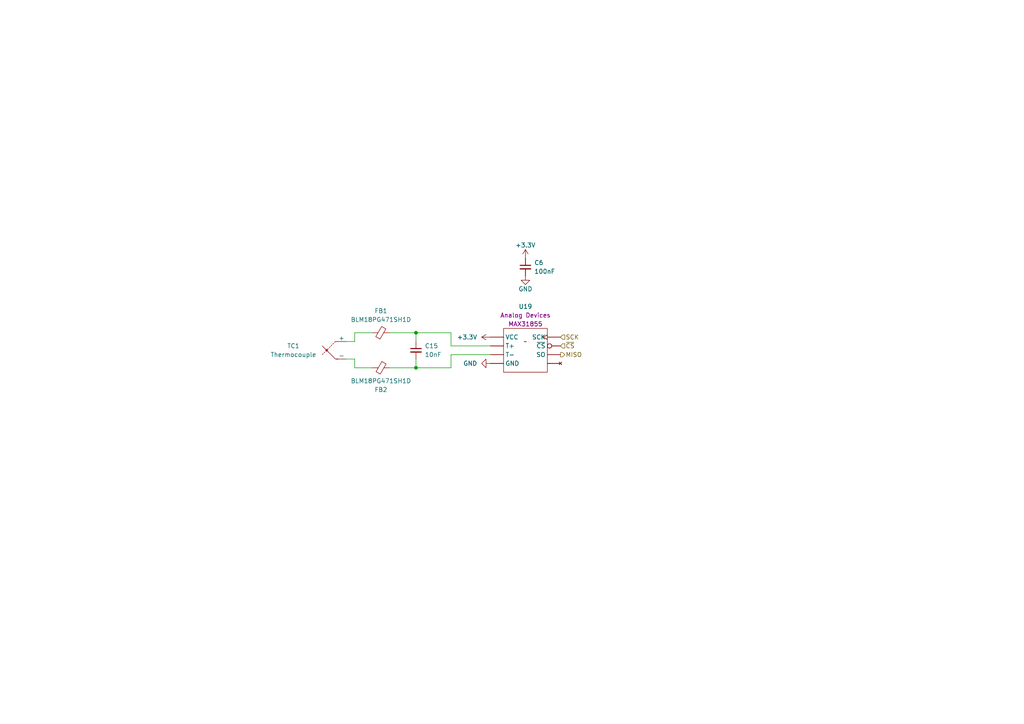
<source format=kicad_sch>
(kicad_sch (version 20230121) (generator eeschema)
  (paper "A4")
  (lib_symbols
    (symbol "Device:C_Small" (pin_numbers hide) (pin_names (offset 0.254) hide)
      (property "Reference" "C" (at 0.254 1.778 0))
      (property "Value" "C_Small" (at 0.254 -2.032 0))
      (symbol "C_Small_0_1"
        (polyline (pts (xy -1.524 -0.508) (xy 1.524 -0.508)) (stroke (width 0.3302)))
        (polyline (pts (xy -1.524 0.508) (xy 1.524 0.508)) (stroke (width 0.3048)))
      )
      (symbol "C_Small_1_1"
        (pin passive line (at 0 2.54 270) (length 2.032) (name "~") (number "1"))
        (pin passive line (at 0 -2.54 90) (length 2.032) (name "~") (number "2"))
      )
    )
    (symbol "Device:FerriteBead_Small" (pin_numbers hide) (pin_names (offset 0))
      (property "Reference" "FB" (at 1.905 1.27 0))
      (property "Value" "FerriteBead_Small" (at 1.905 -1.27 0))
      (symbol "FerriteBead_Small_0_1"
        (polyline (pts (xy 0 -1.27) (xy 0 -0.7874)))
        (polyline (pts (xy 0 0.889) (xy 0 1.2954)))
        (polyline (pts (xy -1.8288 0.2794) (xy -1.1176 1.4986) (xy 1.8288 -0.2032) (xy 1.1176 -1.4224) (xy -1.8288 0.2794)))
      )
      (symbol "FerriteBead_Small_1_1"
        (pin passive line (at 0 2.54 270) (length 1.27) (name "~") (number "1"))
        (pin passive line (at 0 -2.54 90) (length 1.27) (name "~") (number "2"))
      )
    )
    (symbol "Device:Thermocouple" (pin_numbers hide) (pin_names (offset 0))
      (property "Reference" "TC" (at -3.048 3.81 0))
      (property "Value" "Thermocouple" (at -5.08 -4.064 0))
      (symbol "Thermocouple_0_1"
        (circle (center -3.048 0) (radius 0.254) (fill (type outline)))
        (polyline (pts (xy -4.064 -1.016) (xy -4.318 -1.27)))
        (polyline (pts (xy -3.556 -0.508) (xy -3.81 -0.762)))
        (polyline (pts (xy -3.048 0) (xy -3.302 -0.254)))
        (polyline (pts (xy -2.54 0.508) (xy -2.794 0.254)))
        (polyline (pts (xy -2.032 1.016) (xy -2.286 0.762)))
        (polyline (pts (xy -1.524 1.524) (xy -1.778 1.27)))
        (polyline (pts (xy -1.016 2.032) (xy -1.27 1.778)))
        (polyline (pts (xy -0.508 2.54) (xy -0.762 2.286)))
        (polyline (pts (xy 0 -2.54) (xy -0.254 -2.54)))
        (polyline (pts (xy 0 2.54) (xy -0.508 2.54)))
        (polyline (pts (xy 0.254 -2.54) (xy -0.508 -2.54) (xy -4.318 1.27)))
      )
      (symbol "Thermocouple_1_1"
        (pin passive line (at 2.54 2.54 180) (length 2.54) (name "+") (number "1"))
        (pin passive line (at 2.54 -2.54 180) (length 2.54) (name "-") (number "2"))
      )
    )
    (symbol "UCIRP-KiCAD-Lib:MAX31855" (pin_numbers hide)
      (property "Reference" "U" (at 0 7.62 0))
      (property "Manufacturer" "Analog Devices" (at 0 0 0))
      (property "Part #" "MAX31855" (at 0 0 0))
      (symbol "MAX31855_0_1"
        (rectangle (start -6.35 6.35) (end 6.35 -6.35))
      )
      (symbol "MAX31855_1_1"
        (pin power_in line (at -10.16 3.81 0) (length 3.81) (name "GND") (number "1"))
        (pin input line (at -10.16 1.27 0) (length 3.81) (name "T-") (number "2"))
        (pin input line (at -10.16 -1.27 0) (length 3.81) (name "T+") (number "3"))
        (pin power_in line (at -10.16 -3.81 0) (length 3.81) (name "VCC") (number "4"))
        (pin input clock (at 10.16 -3.81 180) (length 3.81) (name "SCK") (number "5"))
        (pin input inverted (at 10.16 -1.27 180) (length 3.81) (name "~{CS}") (number "6"))
        (pin output line (at 10.16 1.27 180) (length 3.81) (name "SO") (number "7"))
        (pin no_connect line (at 10.16 3.81 180) (length 3.81) (name "") (number "8"))
      )
    )
    (symbol "power:+3.3V" (power) (pin_names (offset 0))
      (property "Value" "+3.3V" (at 0 3.556 0))
      (symbol "+3.3V_0_1"
        (polyline (pts (xy -0.762 1.27) (xy 0 2.54)))
        (polyline (pts (xy 0 0) (xy 0 2.54)))
        (polyline (pts (xy 0 2.54) (xy 0.762 1.27)))
      )
      (symbol "+3.3V_1_1"
        (pin power_in line (at 0 0 90) (length 0) hide (name "+3.3V") (number "1"))
      )
    )
    (symbol "power:GND" (power) (pin_names (offset 0))
      (property "Value" "GND" (at 0 -3.81 0))
      (symbol "GND_0_1"
        (polyline (pts (xy 0 0) (xy 0 -1.27) (xy 1.27 -1.27) (xy 0 -2.54) (xy -1.27 -1.27) (xy 0 -1.27)))
      )
      (symbol "GND_1_1"
        (pin power_in line (at 0 0 270) (length 0) hide (name "GND") (number "1"))
      )
    )
  )
  (junction (at 120.65 106.68))
  (junction (at 120.65 96.52))
  (wire (pts (xy 107.95 96.52) (xy 102.87 96.52)))
  (wire (pts (xy 130.81 96.52) (xy 130.81 100.33)))
  (wire (pts (xy 100.33 104.14) (xy 102.87 104.14)))
  (wire (pts (xy 113.03 106.68) (xy 120.65 106.68)))
  (wire (pts (xy 120.65 106.68) (xy 130.81 106.68)))
  (wire (pts (xy 102.87 104.14) (xy 102.87 106.68)))
  (wire (pts (xy 102.87 99.06) (xy 100.33 99.06)))
  (wire (pts (xy 120.65 96.52) (xy 120.65 99.06)))
  (wire (pts (xy 102.87 96.52) (xy 102.87 99.06)))
  (wire (pts (xy 130.81 102.87) (xy 130.81 106.68)))
  (wire (pts (xy 142.24 100.33) (xy 130.81 100.33)))
  (wire (pts (xy 130.81 96.52) (xy 120.65 96.52)))
  (wire (pts (xy 102.87 106.68) (xy 107.95 106.68)))
  (wire (pts (xy 142.24 102.87) (xy 130.81 102.87)))
  (wire (pts (xy 120.65 104.14) (xy 120.65 106.68)))
  (wire (pts (xy 120.65 96.52) (xy 113.03 96.52)))
  (hierarchical_label "MISO" (shape output) (at 162.56 102.87 0))
  (hierarchical_label "SCK" (shape input) (at 162.56 97.79 0))
  (hierarchical_label "~{CS}" (shape input) (at 162.56 100.33 0))
  (symbol (lib_id "Device:FerriteBead_Small") (at 110.49 96.52 90) (unit 1)
    (property "Reference" "FB1" (at 110.49 90.17 90))
    (property "Value" "BLM18PG471SH1D" (at 110.49 92.71 90))
    (property "Footprint" "Inductor_SMD:L_0603_1608Metric" (effects hide))
    (property "Datasheet" "https://www.murata.com/en-us/products/productdata/8796737273886/QNFA9101.pdf" (effects hide))
    (property "Manufacturer" "Murata" (effects hide))
    (property "Part #" "BLM18PG471SH1D" (effects hide))
    (instances (project "rocket2-gse" (path "" (reference "FB1") (unit 1)) (path "" (reference "FB3") (unit 1)) (path "" (reference "FB5") (unit 1)) (path "" (reference "FB7") (unit 1)) (path "" (reference "FB9") (unit 1)) (path "" (reference "FB11") (unit 1))))
  )
  (symbol (lib_id "Device:FerriteBead_Small") (at 110.49 106.68 270) (unit 1)
    (property "Reference" "FB2" (at 110.49 113.03 90))
    (property "Value" "BLM18PG471SH1D" (at 110.49 110.49 90))
    (property "Footprint" "Inductor_SMD:L_0603_1608Metric" (effects hide))
    (property "Datasheet" "https://www.murata.com/en-us/products/productdata/8796737273886/QNFA9101.pdf" (effects hide))
    (property "Manufacturer" "Murata" (effects hide))
    (property "Part #" "BLM18PG471SH1D" (effects hide))
    (instances (project "rocket2-gse" (path "" (reference "FB2") (unit 1)) (path "" (reference "FB4") (unit 1)) (path "" (reference "FB6") (unit 1)) (path "" (reference "FB8") (unit 1)) (path "" (reference "FB10") (unit 1)) (path "" (reference "FB12") (unit 1))))
  )
  (symbol (lib_id "UCIRP-KiCAD-Lib:MAX31855") (at 152.4 101.6 0) (mirror x) (unit 1)
    (property "Reference" "U19" (at 152.4 88.9 0))
    (property "Value" "~" (at 152.4 99.06 0))
    (property "Footprint" "Package_SO:SOIC-8_3.9x4.9mm_P1.27mm" (effects hide))
    (property "Datasheet" "https://www.analog.com/media/en/technical-documentation/data-sheets/MAX31855.pdf" (effects hide))
    (property "Manufacturer" "Analog Devices" (at 152.4 91.44 0))
    (property "Part #" "MAX31855" (at 152.4 93.98 0))
    (instances (project "rocket2-gse" (path "" (reference "U19") (unit 1)) (path "" (reference "U20") (unit 1)) (path "" (reference "U21") (unit 1)) (path "" (reference "U22") (unit 1)) (path "" (reference "U23") (unit 1)) (path "" (reference "U24") (unit 1))))
  )
  (symbol (lib_id "power:+3.3V") (at 152.4 74.93 0) (unit 1)
    (property "Reference" "#PWR013" (effects hide))
    (property "Value" "+3.3V" (at 152.4 71.12 0))
    (instances (project "rocket2-gse" (path "" (reference "#PWR013") (unit 1)) (path "" (reference "#PWR085") (unit 1)) (path "" (reference "#PWR093") (unit 1)) (path "" (reference "#PWR0103") (unit 1)) (path "" (reference "#PWR0113") (unit 1)) (path "" (reference "#PWR0123") (unit 1)) (path "" (reference "#PWR0133") (unit 1)) (path "" (reference "#PWR0143") (unit 1)) (path "" (reference "#PWR0153") (unit 1)) (path "" (reference "#PWR0163") (unit 1)) (path "" (reference "#PWR0209") (unit 1)) (path "" (reference "#PWR0213") (unit 1)) (path "" (reference "#PWR0217") (unit 1)) (path "" (reference "#PWR0221") (unit 1)) (path "" (reference "#PWR0225") (unit 1)) (path "" (reference "#PWR0229") (unit 1))))
  )
  (symbol (lib_id "power:GND") (at 142.24 105.41 270) (unit 1)
    (property "Reference" "#PWR0207" (effects hide))
    (property "Value" "GND" (at 138.43 105.41 90) (effects (justify right)))
    (instances (project "rocket2-gse" (path "" (reference "#PWR0207") (unit 1)) (path "" (reference "#PWR0212") (unit 1)) (path "" (reference "#PWR0216") (unit 1)) (path "" (reference "#PWR0220") (unit 1)) (path "" (reference "#PWR0224") (unit 1)) (path "" (reference "#PWR0228") (unit 1))))
  )
  (symbol (lib_id "Device:Thermocouple") (at 97.79 101.6 0) (unit 1)
    (property "Reference" "TC1" (at 85.09 100.33 0))
    (property "Value" "Thermocouple" (at 85.09 102.87 0))
    (property "Footprint" "UCIRP-KiCAD-Lib:AM-K-PCB" (effects hide))
    (property "Manufacturer" "Labfacility" (effects hide))
    (property "Part #" "AM-K-PCB" (effects hide))
    (instances (project "rocket2-gse" (path "" (reference "TC1") (unit 1)) (path "" (reference "TC2") (unit 1)) (path "" (reference "TC3") (unit 1)) (path "" (reference "TC4") (unit 1)) (path "" (reference "TC5") (unit 1)) (path "" (reference "TC6") (unit 1))))
  )
  (symbol (lib_id "Device:C_Small") (at 152.4 77.47 0) (unit 1)
    (property "Reference" "C6" (at 154.94 76.2 0) (effects (justify left)))
    (property "Value" "100nF" (at 154.94 78.74 0) (effects (justify left)))
    (property "Footprint" "Capacitor_SMD:C_0402_1005Metric" (effects hide))
    (property "Manufacturer" "Generic" (effects hide))
    (property "Part #" "Generic 100nF 6.3V X7R 0402 MLCC" (effects hide))
    (instances (project "rocket2-gse" (path "" (reference "C6") (unit 1)) (path "" (reference "C18") (unit 1)) (path "" (reference "C19") (unit 1)) (path "" (reference "C20") (unit 1)) (path "" (reference "C21") (unit 1)) (path "" (reference "C22") (unit 1)) (path "" (reference "C23") (unit 1)) (path "" (reference "C24") (unit 1)) (path "" (reference "C25") (unit 1)) (path "" (reference "C26") (unit 1)) (path "" (reference "C32") (unit 1)) (path "" (reference "C35") (unit 1)) (path "" (reference "C37") (unit 1)) (path "" (reference "C39") (unit 1)) (path "" (reference "C41") (unit 1)) (path "" (reference "C43") (unit 1))))
  )
  (symbol (lib_id "power:+3.3V") (at 142.24 97.79 90) (unit 1)
    (property "Reference" "#PWR0208" (effects hide))
    (property "Value" "+3.3V" (at 138.43 97.79 90) (effects (justify left)))
    (instances (project "rocket2-gse" (path "" (reference "#PWR0208") (unit 1)) (path "" (reference "#PWR0211") (unit 1)) (path "" (reference "#PWR0215") (unit 1)) (path "" (reference "#PWR0219") (unit 1)) (path "" (reference "#PWR0223") (unit 1)) (path "" (reference "#PWR0227") (unit 1))))
  )
  (symbol (lib_id "Device:C_Small") (at 120.65 101.6 0) (unit 1)
    (property "Reference" "C15" (at 123.19 100.33 0) (effects (justify left)))
    (property "Value" "10nF" (at 123.19 102.87 0) (effects (justify left)))
    (property "Footprint" "Capacitor_SMD:C_0402_1005Metric" (effects hide))
    (property "Manufacturer" "Generic" (effects hide))
    (property "Part #" "Generic 10nF 6.3V X7R 0402 MLCC" (effects hide))
    (instances (project "rocket2-gse" (path "" (reference "C15") (unit 1)) (path "" (reference "C33") (unit 1)) (path "" (reference "C34") (unit 1)) (path "" (reference "C36") (unit 1)) (path "" (reference "C38") (unit 1)) (path "" (reference "C40") (unit 1)) (path "" (reference "C42") (unit 1))))
  )
  (symbol (lib_id "power:GND") (at 152.4 80.01 0) (unit 1)
    (property "Reference" "#PWR014" (effects hide))
    (property "Value" "GND" (at 152.4 83.82 0))
    (instances (project "rocket2-gse" (path "" (reference "#PWR014") (unit 1)) (path "" (reference "#PWR086") (unit 1)) (path "" (reference "#PWR094") (unit 1)) (path "" (reference "#PWR0104") (unit 1)) (path "" (reference "#PWR0114") (unit 1)) (path "" (reference "#PWR0124") (unit 1)) (path "" (reference "#PWR0134") (unit 1)) (path "" (reference "#PWR0144") (unit 1)) (path "" (reference "#PWR0154") (unit 1)) (path "" (reference "#PWR0164") (unit 1)) (path "" (reference "#PWR0210") (unit 1)) (path "" (reference "#PWR0214") (unit 1)) (path "" (reference "#PWR0218") (unit 1)) (path "" (reference "#PWR0222") (unit 1)) (path "" (reference "#PWR0226") (unit 1)) (path "" (reference "#PWR0230") (unit 1))))
  )
)
</source>
